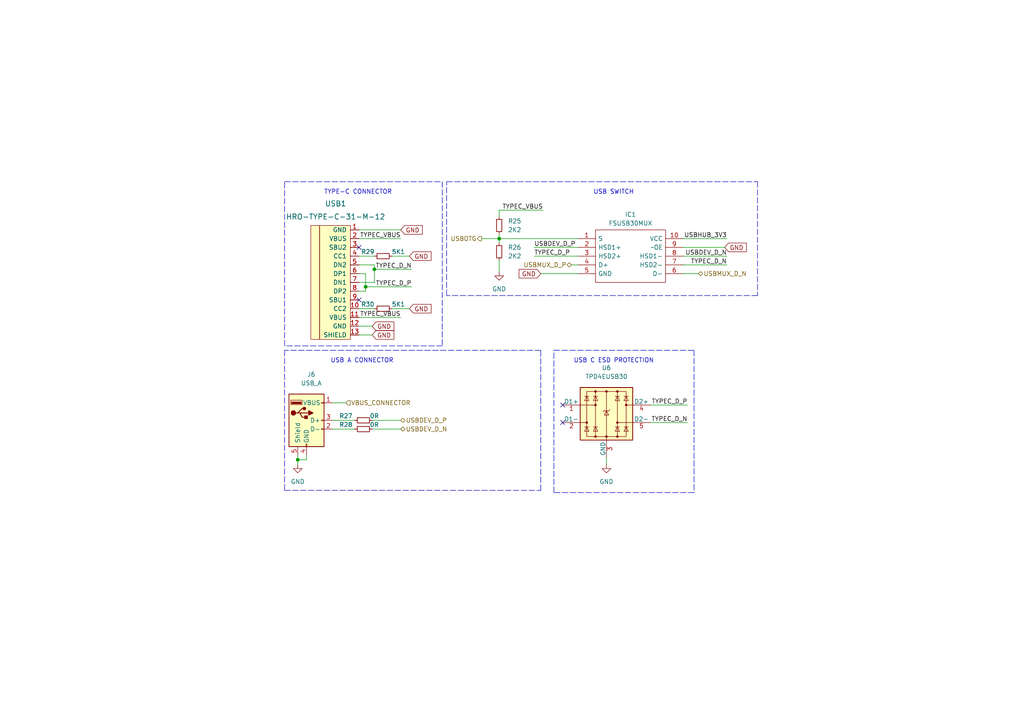
<source format=kicad_sch>
(kicad_sch (version 20230121) (generator eeschema)
  (paper "A4")
  (lib_symbols
    (symbol "CM4IO:TPD4EUSB30" (pin_names (offset 0))
      (property "Reference" "U" (at -0.635 8.89 0))
      (property "Value" "TPD4EUSB30" (at 8.89 -10.16 0))
      (symbol "TPD4EUSB30_0_0"
        (rectangle (start -5.715 6.477) (end 5.715 -6.604))
        (polyline (pts (xy -3.175 -6.604) (xy -3.175 6.477)))
        (polyline (pts (xy 0 6.477) (xy 0 -6.604)))
        (polyline (pts (xy 3.175 6.477) (xy 3.175 -6.604)))
      )
      (symbol "TPD4EUSB30_0_1"
        (rectangle (start -7.62 7.62) (end 7.62 -7.62) (stroke (width 0.254)) (fill (type background)))
        (circle (center -5.715 -2.54) (radius 0.2794) (fill (type outline)))
        (circle (center -3.175 -6.604) (radius 0.2794) (fill (type outline)))
        (circle (center -3.175 2.54) (radius 0.2794) (fill (type outline)))
        (circle (center -3.175 6.477) (radius 0.2794) (fill (type outline)))
        (circle (center 0 -6.604) (radius 0.2794) (fill (type outline)))
        (polyline (pts (xy -7.747 2.54) (xy -3.175 2.54)))
        (polyline (pts (xy -7.62 -2.54) (xy -5.715 -2.54)))
        (polyline (pts (xy -5.08 -3.81) (xy -6.35 -3.81)))
        (polyline (pts (xy -5.08 5.08) (xy -6.35 5.08)))
        (polyline (pts (xy -2.54 -3.81) (xy -3.81 -3.81)))
        (polyline (pts (xy -2.54 5.08) (xy -3.81 5.08)))
        (polyline (pts (xy -0.635 0.889) (xy -1.016 0.635)))
        (polyline (pts (xy 0 -6.604) (xy 0 -7.62)))
        (polyline (pts (xy 0.635 0.889) (xy -0.635 0.889)))
        (polyline (pts (xy 0.635 0.889) (xy 1.016 1.143)))
        (polyline (pts (xy 3.81 -3.81) (xy 2.54 -3.81)))
        (polyline (pts (xy 3.81 5.08) (xy 2.54 5.08)))
        (polyline (pts (xy 6.35 -3.81) (xy 5.08 -3.81)))
        (polyline (pts (xy 6.35 5.08) (xy 5.08 5.08)))
        (polyline (pts (xy 7.62 -2.54) (xy 3.175 -2.54)))
        (polyline (pts (xy 7.62 2.54) (xy 5.715 2.54)))
        (polyline (pts (xy -5.08 -5.08) (xy -6.35 -5.08) (xy -5.715 -3.81) (xy -5.08 -5.08)))
        (polyline (pts (xy -5.08 3.81) (xy -6.35 3.81) (xy -5.715 5.08) (xy -5.08 3.81)))
        (polyline (pts (xy -2.54 -5.08) (xy -3.81 -5.08) (xy -3.175 -3.81) (xy -2.54 -5.08)))
        (polyline (pts (xy -2.54 3.81) (xy -3.81 3.81) (xy -3.175 5.08) (xy -2.54 3.81)))
        (polyline (pts (xy 0.635 -0.381) (xy -0.635 -0.381) (xy 0 0.889) (xy 0.635 -0.381)))
        (polyline (pts (xy 3.81 -5.08) (xy 2.54 -5.08) (xy 3.175 -3.81) (xy 3.81 -5.08)))
        (polyline (pts (xy 3.81 3.81) (xy 2.54 3.81) (xy 3.175 5.08) (xy 3.81 3.81)))
        (polyline (pts (xy 6.35 -5.08) (xy 5.08 -5.08) (xy 5.715 -3.81) (xy 6.35 -5.08)))
        (polyline (pts (xy 6.35 3.81) (xy 5.08 3.81) (xy 5.715 5.08) (xy 6.35 3.81)))
        (circle (center 0 6.477) (radius 0.2794) (fill (type outline)))
        (circle (center 3.175 -6.604) (radius 0.2794) (fill (type outline)))
        (circle (center 3.175 -2.54) (radius 0.2794) (fill (type outline)))
        (circle (center 3.175 6.477) (radius 0.2794) (fill (type outline)))
        (circle (center 5.715 2.54) (radius 0.2794) (fill (type outline)))
      )
      (symbol "TPD4EUSB30_1_1"
        (pin passive line (at -12.7 2.54 0) (length 5.08) (name "D1+") (number "1"))
        (pin passive line (at -12.7 2.54 0) (length 5.08) hide (name "~") (number "10"))
        (pin passive line (at -12.7 -2.54 0) (length 5.08) (name "D1-") (number "2"))
        (pin power_in line (at 0 -12.7 90) (length 5.08) (name "GND") (number "3"))
        (pin passive line (at 12.7 2.54 180) (length 5.08) (name "D2+") (number "4"))
        (pin passive line (at 12.7 -2.54 180) (length 5.08) (name "D2-") (number "5"))
        (pin passive line (at 12.7 -2.54 180) (length 5.08) hide (name "~") (number "6"))
        (pin passive line (at 12.7 2.54 180) (length 5.08) hide (name "~") (number "7"))
        (pin passive line (at 0 -12.7 90) (length 5.08) hide (name "GND") (number "8"))
        (pin passive line (at -12.7 -2.54 0) (length 5.08) hide (name "~") (number "9"))
      )
    )
    (symbol "SamacSys_Parts:FSUSB30MUX" (pin_names (offset 0.762))
      (property "Reference" "IC" (at 26.67 7.62 0))
      (property "Value" "FSUSB30MUX" (at 26.67 5.08 0))
      (symbol "FSUSB30MUX_0_0"
        (pin passive line (at 0 0 0) (length 5.08) (name "S") (number "1"))
        (pin passive line (at 30.48 0 180) (length 5.08) (name "VCC") (number "10"))
        (pin passive line (at 0 -2.54 0) (length 5.08) (name "HSD1+") (number "2"))
        (pin passive line (at 0 -5.08 0) (length 5.08) (name "HSD2+") (number "3"))
        (pin passive line (at 0 -7.62 0) (length 5.08) (name "D+") (number "4"))
        (pin passive line (at 0 -10.16 0) (length 5.08) (name "GND") (number "5"))
        (pin passive line (at 30.48 -10.16 180) (length 5.08) (name "D-") (number "6"))
        (pin passive line (at 30.48 -7.62 180) (length 5.08) (name "HSD2-") (number "7"))
        (pin passive line (at 30.48 -5.08 180) (length 5.08) (name "HSD1-") (number "8"))
        (pin passive line (at 30.48 -2.54 180) (length 5.08) (name "~OE") (number "9"))
      )
      (symbol "FSUSB30MUX_0_1"
        (polyline (pts (xy 5.08 2.54) (xy 25.4 2.54) (xy 25.4 -12.7) (xy 5.08 -12.7) (xy 5.08 2.54)) (stroke (width 0.1524)))
      )
    )
    (symbol "Type-C:HRO-TYPE-C-31-M-12" (pin_names (offset 1.016))
      (property "Reference" "USB" (at -5.08 16.51 0))
      (property "Value" "HRO-TYPE-C-31-M-12" (at -10.16 -1.27 90))
      (symbol "HRO-TYPE-C-31-M-12_0_1"
        (rectangle (start -11.43 15.24) (end -8.89 -17.78) (fill (type background)))
        (rectangle (start 0 -17.78) (end -8.89 15.24) (fill (type background)))
      )
      (symbol "HRO-TYPE-C-31-M-12_1_1"
        (pin input line (at 2.54 13.97 180) (length 2.54) (name "GND") (number "1"))
        (pin input line (at 2.54 -8.89 180) (length 2.54) (name "CC2") (number "10"))
        (pin input line (at 2.54 -11.43 180) (length 2.54) (name "VBUS") (number "11"))
        (pin input line (at 2.54 -13.97 180) (length 2.54) (name "GND") (number "12"))
        (pin input line (at 2.54 -16.51 180) (length 2.54) (name "SHIELD") (number "13"))
        (pin input line (at 2.54 11.43 180) (length 2.54) (name "VBUS") (number "2"))
        (pin input line (at 2.54 8.89 180) (length 2.54) (name "SBU2") (number "3"))
        (pin input line (at 2.54 6.35 180) (length 2.54) (name "CC1") (number "4"))
        (pin input line (at 2.54 3.81 180) (length 2.54) (name "DN2") (number "5"))
        (pin input line (at 2.54 1.27 180) (length 2.54) (name "DP1") (number "6"))
        (pin input line (at 2.54 -1.27 180) (length 2.54) (name "DN1") (number "7"))
        (pin input line (at 2.54 -3.81 180) (length 2.54) (name "DP2") (number "8"))
        (pin input line (at 2.54 -6.35 180) (length 2.54) (name "SBU1") (number "9"))
      )
    )
    (symbol "conn:USB_A" (pin_names (offset 1.016))
      (property "Reference" "J" (at -5.08 11.43 0))
      (property "Value" "USB_A" (at -5.08 8.89 0))
      (symbol "USB_A_0_1"
        (rectangle (start -5.08 -7.62) (end 5.08 7.62) (stroke (width 0.254)) (fill (type background)))
        (circle (center -3.81 2.159) (radius 0.635) (stroke (width 0.254)) (fill (type outline)))
        (rectangle (start -1.524 4.826) (end -4.318 5.334) (fill (type outline)))
        (rectangle (start -1.27 4.572) (end -4.572 5.842))
        (circle (center -0.635 3.429) (radius 0.381) (stroke (width 0.254)) (fill (type outline)))
        (rectangle (start -0.127 -7.62) (end 0.127 -6.858))
        (polyline (pts (xy -3.175 2.159) (xy -2.54 2.159) (xy -1.27 3.429) (xy -0.635 3.429)) (stroke (width 0.254)))
        (polyline (pts (xy -2.54 2.159) (xy -1.905 2.159) (xy -1.27 0.889) (xy 0 0.889)) (stroke (width 0.254)))
        (polyline (pts (xy 0.635 2.794) (xy 0.635 1.524) (xy 1.905 2.159) (xy 0.635 2.794)) (stroke (width 0.254)) (fill (type outline)))
        (rectangle (start 0.254 1.27) (end -0.508 0.508) (stroke (width 0.254)) (fill (type outline)))
        (rectangle (start 5.08 -2.667) (end 4.318 -2.413))
        (rectangle (start 5.08 -0.127) (end 4.318 0.127))
        (rectangle (start 5.08 4.953) (end 4.318 5.207))
      )
      (symbol "USB_A_1_1"
        (polyline (pts (xy -1.905 2.159) (xy 0.635 2.159)) (stroke (width 0.254)))
        (pin power_in line (at 7.62 5.08 180) (length 2.54) (name "VBUS") (number "1"))
        (pin passive line (at 7.62 -2.54 180) (length 2.54) (name "D-") (number "2"))
        (pin passive line (at 7.62 0 180) (length 2.54) (name "D+") (number "3"))
        (pin power_in line (at 0 -10.16 90) (length 2.54) (name "GND") (number "4"))
        (pin passive line (at -2.54 -10.16 90) (length 2.54) (name "Shield") (number "5"))
      )
    )
    (symbol "device:R_Small" (pin_numbers hide) (pin_names (offset 0.254) hide)
      (property "Reference" "R" (at 0.762 0.508 0))
      (property "Value" "R_Small" (at 0.762 -1.016 0))
      (symbol "R_Small_0_1"
        (rectangle (start -0.762 1.778) (end 0.762 -1.778) (stroke (width 0.2032)))
      )
      (symbol "R_Small_1_1"
        (pin passive line (at 0 2.54 270) (length 0.762) (name "~") (number "1"))
        (pin passive line (at 0 -2.54 90) (length 0.762) (name "~") (number "2"))
      )
    )
    (symbol "power:GND" (power) (pin_names (offset 0))
      (property "Value" "GND" (at 0 -3.81 0))
      (symbol "GND_0_1"
        (polyline (pts (xy 0 0) (xy 0 -1.27) (xy 1.27 -1.27) (xy 0 -2.54) (xy -1.27 -1.27) (xy 0 -1.27)))
      )
      (symbol "GND_1_1"
        (pin power_in line (at 0 0 270) (length 0) hide (name "GND") (number "1"))
      )
    )
  )
  (junction (at 86.36 133.35) (diameter 0.9144))
  (junction (at 108.585 78.105) (diameter 0.9144))
  (junction (at 144.78 69.215) (diameter 0.9144))
  (junction (at 106.045 83.185) (diameter 0.9144))
  (no_connect (at 163.195 122.555))
  (no_connect (at 163.195 117.475))
  (no_connect (at 104.14 71.755))
  (no_connect (at 104.14 86.995))
  (wire (pts (xy 116.205 121.92) (xy 107.95 121.92)))
  (wire (pts (xy 96.52 121.92) (xy 102.87 121.92)))
  (wire (pts (xy 104.14 92.075) (xy 116.205 92.075)))
  (wire (pts (xy 156.845 79.375) (xy 167.64 79.375)))
  (wire (pts (xy 198.12 79.375) (xy 202.565 79.375)))
  (wire (pts (xy 116.205 66.675) (xy 104.14 66.675)))
  (wire (pts (xy 144.78 75.565) (xy 144.78 78.74)))
  (wire (pts (xy 198.12 69.215) (xy 210.82 69.215)))
  (wire (pts (xy 106.045 79.375) (xy 104.14 79.375)))
  (wire (pts (xy 106.045 83.185) (xy 106.045 79.375)))
  (wire (pts (xy 104.14 84.455) (xy 106.045 84.455)))
  (wire (pts (xy 106.045 84.455) (xy 106.045 83.185)))
  (polyline (pts (xy 82.55 142.24) (xy 156.845 142.24)) (stroke (width 0) (type dash)))
  (polyline (pts (xy 156.845 142.24) (xy 156.845 101.6)) (stroke (width 0) (type dash)))
  (polyline (pts (xy 156.845 101.6) (xy 82.55 101.6)) (stroke (width 0) (type dash)))
  (polyline (pts (xy 82.55 101.6) (xy 82.55 142.24)) (stroke (width 0) (type dash)))
  (wire (pts (xy 165.735 76.835) (xy 167.64 76.835)))
  (wire (pts (xy 188.595 117.475) (xy 199.39 117.475)))
  (wire (pts (xy 139.7 69.215) (xy 144.78 69.215)))
  (wire (pts (xy 144.78 69.215) (xy 167.64 69.215)))
  (wire (pts (xy 118.745 89.535) (xy 113.665 89.535)))
  (wire (pts (xy 144.78 67.945) (xy 144.78 69.215)))
  (wire (pts (xy 107.95 97.155) (xy 104.14 97.155)))
  (wire (pts (xy 198.12 76.835) (xy 210.82 76.835)))
  (wire (pts (xy 198.12 74.295) (xy 210.82 74.295)))
  (wire (pts (xy 86.36 132.08) (xy 86.36 133.35)))
  (wire (pts (xy 86.36 133.35) (xy 86.36 134.62)))
  (wire (pts (xy 144.78 60.96) (xy 157.48 60.96)))
  (wire (pts (xy 88.9 133.35) (xy 86.36 133.35)))
  (wire (pts (xy 88.9 132.08) (xy 88.9 133.35)))
  (wire (pts (xy 154.94 74.295) (xy 167.64 74.295)))
  (wire (pts (xy 154.94 71.755) (xy 167.64 71.755)))
  (polyline (pts (xy 219.71 52.705) (xy 219.71 85.725)) (stroke (width 0) (type dash)))
  (polyline (pts (xy 129.54 52.705) (xy 219.71 52.705)) (stroke (width 0) (type dash)))
  (polyline (pts (xy 219.71 85.725) (xy 129.54 85.725)) (stroke (width 0) (type dash)))
  (polyline (pts (xy 129.54 85.725) (xy 129.54 52.705)) (stroke (width 0) (type dash)))
  (polyline (pts (xy 201.295 101.6) (xy 201.295 142.875)) (stroke (width 0) (type dash)))
  (polyline (pts (xy 201.295 142.875) (xy 160.655 142.875)) (stroke (width 0) (type dash)))
  (polyline (pts (xy 160.655 142.875) (xy 160.655 101.6)) (stroke (width 0) (type dash)))
  (polyline (pts (xy 160.655 101.6) (xy 201.295 101.6)) (stroke (width 0) (type dash)))
  (wire (pts (xy 175.895 132.715) (xy 175.895 134.62)))
  (wire (pts (xy 144.78 69.215) (xy 144.78 70.485)))
  (wire (pts (xy 108.585 76.835) (xy 104.14 76.835)))
  (wire (pts (xy 108.585 76.835) (xy 108.585 78.105)))
  (wire (pts (xy 104.14 81.915) (xy 108.585 81.915)))
  (wire (pts (xy 108.585 78.105) (xy 108.585 81.915)))
  (wire (pts (xy 198.12 71.755) (xy 210.185 71.755)))
  (wire (pts (xy 144.78 60.96) (xy 144.78 62.865)))
  (wire (pts (xy 107.95 94.615) (xy 104.14 94.615)))
  (wire (pts (xy 118.745 74.295) (xy 113.665 74.295)))
  (wire (pts (xy 106.045 83.185) (xy 119.38 83.185)))
  (polyline (pts (xy 128.27 52.705) (xy 128.27 100.33)) (stroke (width 0) (type dash)))
  (polyline (pts (xy 128.27 100.33) (xy 82.55 100.33)) (stroke (width 0) (type dash)))
  (polyline (pts (xy 82.55 100.33) (xy 82.55 52.705)) (stroke (width 0) (type dash)))
  (polyline (pts (xy 82.55 52.705) (xy 128.27 52.705)) (stroke (width 0) (type dash)))
  (wire (pts (xy 116.205 124.46) (xy 107.95 124.46)))
  (wire (pts (xy 96.52 124.46) (xy 102.87 124.46)))
  (wire (pts (xy 108.585 78.105) (xy 119.38 78.105)))
  (wire (pts (xy 104.14 89.535) (xy 108.585 89.535)))
  (wire (pts (xy 188.595 122.555) (xy 199.39 122.555)))
  (wire (pts (xy 104.14 74.295) (xy 108.585 74.295)))
  (wire (pts (xy 96.52 116.84) (xy 100.33 116.84)))
  (wire (pts (xy 104.14 69.215) (xy 116.205 69.215)))
  (text "TYPE-C CONNECTOR" (at 93.98 56.515 0) (effects (font (size 1.27 1.27)) (justify left bottom)))
  (text "USB A CONNECTOR" (at 95.885 105.41 0) (effects (font (size 1.27 1.27)) (justify left bottom)))
  (text "USB C ESD PROTECTION" (at 166.37 105.41 0) (effects (font (size 1.27 1.27)) (justify left bottom)))
  (text "USB SWITCH" (at 172.085 56.515 0) (effects (font (size 1.27 1.27)) (justify left bottom)))
  (label "TYPEC_D_P" (at 119.38 83.185 180))
  (label "TYPEC_VBUS" (at 116.205 92.075 180))
  (label "TYPEC_D_N" (at 199.39 122.555 180))
  (label "TYPEC_D_N" (at 210.82 76.835 180))
  (label "USBDEV_D_N" (at 210.82 74.295 180))
  (label "TYPEC_VBUS" (at 157.48 60.96 180))
  (label "TYPEC_D_N" (at 119.38 78.105 180))
  (label "TYPEC_VBUS" (at 116.205 69.215 180))
  (label "TYPEC_D_P" (at 199.39 117.475 180))
  (label "USBHUB_3V3" (at 210.82 69.215 180))
  (label "TYPEC_D_P" (at 154.94 74.295 0))
  (label "USBDEV_D_P" (at 154.94 71.755 0))
  (global_label "GND" (shape input) (at 156.845 79.375 180) (property "Intersheetrefs" "${INTERSHEET_REFS}" (effects hide)))
  (global_label "GND" (shape input) (at 116.205 66.675 0) (property "Intersheetrefs" "${INTERSHEET_REFS}" (effects hide)))
  (global_label "GND" (shape input) (at 118.745 74.295 0) (property "Intersheetrefs" "${INTERSHEET_REFS}" (effects hide)))
  (global_label "GND" (shape input) (at 107.95 94.615 0) (property "Intersheetrefs" "${INTERSHEET_REFS}" (effects hide)))
  (global_label "GND" (shape input) (at 118.745 89.535 0) (property "Intersheetrefs" "${INTERSHEET_REFS}" (effects hide)))
  (global_label "GND" (shape input) (at 107.95 97.155 0) (property "Intersheetrefs" "${INTERSHEET_REFS}" (effects hide)))
  (global_label "GND" (shape input) (at 210.185 71.755 0) (property "Intersheetrefs" "${INTERSHEET_REFS}" (effects hide)))
  (hierarchical_label "USBMUX_D_N" (shape bidirectional) (at 202.565 79.375 0))
  (hierarchical_label "USBMUX_D_P" (shape bidirectional) (at 165.735 76.835 180))
  (hierarchical_label "VBUS_CONNECTOR" (shape input) (at 100.33 116.84 0))
  (hierarchical_label "USBDEV_D_P" (shape bidirectional) (at 116.205 121.92 0))
  (hierarchical_label "USBOTG" (shape output) (at 139.7 69.215 180))
  (hierarchical_label "USBDEV_D_N" (shape bidirectional) (at 116.205 124.46 0))
  (symbol (lib_id "conn:USB_A") (at 88.9 121.92 0) (unit 1)
    (property "Reference" "J6" (at 90.297 108.585 0))
    (property "Value" "USB_A" (at 90.297 111.125 0))
    (property "Footprint" "Connector_USB:USB_A_CONNFLY_DS1095-WNR0" (effects hide))
  )
  (symbol (lib_id "CM4IO:TPD4EUSB30") (at 175.895 120.015 0) (unit 1)
    (property "Reference" "U6" (at 175.895 106.68 0))
    (property "Value" "TPD4EUSB30" (at 175.895 109.22 0))
    (property "Footprint" "Package_SON:USON-10_2.5x1.0mm_P0.5mm" (effects hide))
    (property "Datasheet" "http://www.ti.com/lit/ds/symlink/tpd2eusb30a.pdf" (effects hide))
  )
  (symbol (lib_id "device:R_Small") (at 105.41 121.92 90) (unit 1)
    (property "Reference" "R27" (at 100.33 120.65 90))
    (property "Value" "0R" (at 108.585 120.65 90))
    (property "Footprint" "Resistor_SMD:R_0402_1005Metric" (effects hide))
  )
  (symbol (lib_id "Type-C:HRO-TYPE-C-31-M-12") (at 101.6 80.645 0) (unit 1)
    (property "Reference" "USB1" (at 97.3455 59.055 0) (effects (font (size 1.524 1.524))))
    (property "Value" "HRO-TYPE-C-31-M-12" (at 97.3455 62.865 0) (effects (font (size 1.524 1.524))))
    (property "Footprint" "Type-C:HRO-TYPE-C-31-M-12" (effects hide))
  )
  (symbol (lib_id "SamacSys_Parts:FSUSB30MUX") (at 167.64 69.215 0) (unit 1)
    (property "Reference" "IC1" (at 182.88 62.23 0))
    (property "Value" "FSUSB30MUX" (at 182.88 64.77 0))
    (property "Footprint" "SamacSys_Parts:SOP50P490X110-10N" (effects hide))
    (property "Datasheet" "https://www.onsemi.com/pub/Collateral/FSUSB30-D.pdf" (effects hide))
    (property "Description" "ON Semiconductor FSUSB30MUX, USB Power Switch, 10 10-Pin, MSOP" (effects hide))
    (property "Height" "1.1" (effects hide))
    (property "Mouser Part Number" "512-FSUSB30MUX" (effects hide))
    (property "Mouser Price/Stock" "https://www.mouser.co.uk/ProductDetail/ON-Semiconductor-Fairchild/FSUSB30MUX?qs=Fxu3fLyJv8fombEDRgeNlw%3D%3D" (effects hide))
    (property "Manufacturer_Name" "ON Semiconductor" (effects hide))
    (property "Manufacturer_Part_Number" "FSUSB30MUX" (effects hide))
  )
  (symbol (lib_id "device:R_Small") (at 111.125 74.295 90) (unit 1)
    (property "Reference" "R29" (at 106.68 73.025 90))
    (property "Value" "5K1" (at 115.57 73.025 90))
    (property "Footprint" "Resistor_SMD:R_0603_1608Metric" (effects hide))
  )
  (symbol (lib_id "device:R_Small") (at 144.78 65.405 180) (unit 1)
    (property "Reference" "R25" (at 147.32 64.1349 0) (effects (justify right)))
    (property "Value" "2K2" (at 147.32 66.6749 0) (effects (justify right)))
    (property "Footprint" "Resistor_SMD:R_0603_1608Metric" (effects hide))
  )
  (symbol (lib_id "device:R_Small") (at 111.125 89.535 90) (unit 1)
    (property "Reference" "R30" (at 106.68 88.265 90))
    (property "Value" "5K1" (at 115.57 88.265 90))
    (property "Footprint" "Resistor_SMD:R_0603_1608Metric" (effects hide))
  )
  (symbol (lib_id "power:GND") (at 86.36 134.62 0) (unit 1)
    (property "Reference" "#PWR035" (effects hide))
    (property "Value" "GND" (at 86.36 139.7 0))
  )
  (symbol (lib_id "device:R_Small") (at 144.78 73.025 180) (unit 1)
    (property "Reference" "R26" (at 147.32 71.7549 0) (effects (justify right)))
    (property "Value" "2K2" (at 147.32 74.2949 0) (effects (justify right)))
    (property "Footprint" "Resistor_SMD:R_0603_1608Metric" (effects hide))
  )
  (symbol (lib_id "device:R_Small") (at 105.41 124.46 90) (unit 1)
    (property "Reference" "R28" (at 100.33 123.19 90))
    (property "Value" "0R" (at 108.585 123.19 90))
    (property "Footprint" "Resistor_SMD:R_0402_1005Metric" (effects hide))
  )
  (symbol (lib_id "power:GND") (at 175.895 134.62 0) (unit 1)
    (property "Reference" "#PWR037" (effects hide))
    (property "Value" "GND" (at 175.895 139.7 0))
  )
  (symbol (lib_id "power:GND") (at 144.78 78.74 0) (unit 1)
    (property "Reference" "#PWR034" (effects hide))
    (property "Value" "GND" (at 144.78 83.82 0))
  )
)
</source>
